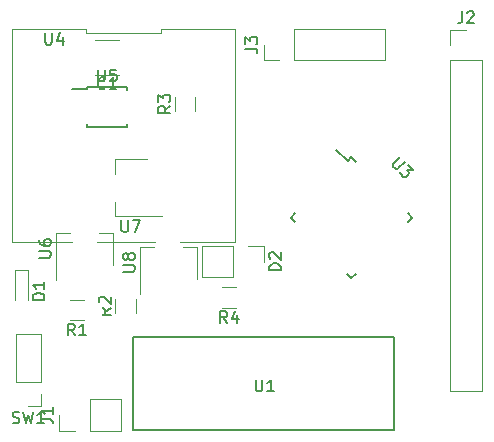
<source format=gto>
G04 #@! TF.GenerationSoftware,KiCad,Pcbnew,(5.1.10-1-10_14)*
G04 #@! TF.CreationDate,2022-02-17T23:12:15-06:00*
G04 #@! TF.ProjectId,OpenEstim++,4f70656e-4573-4746-996d-2b2b2e6b6963,rev?*
G04 #@! TF.SameCoordinates,Original*
G04 #@! TF.FileFunction,Legend,Top*
G04 #@! TF.FilePolarity,Positive*
%FSLAX46Y46*%
G04 Gerber Fmt 4.6, Leading zero omitted, Abs format (unit mm)*
G04 Created by KiCad (PCBNEW (5.1.10-1-10_14)) date 2022-02-17 23:12:15*
%MOMM*%
%LPD*%
G01*
G04 APERTURE LIST*
%ADD10C,0.120000*%
%ADD11C,0.150000*%
%ADD12R,1.500000X1.300000*%
%ADD13R,1.450000X0.450000*%
%ADD14C,1.800000*%
%ADD15R,1.350000X1.350000*%
%ADD16O,1.350000X1.350000*%
%ADD17R,1.300000X1.500000*%
%ADD18R,1.700000X1.700000*%
%ADD19O,1.700000X1.700000*%
%ADD20R,0.900000X1.200000*%
%ADD21R,2.000000X2.500000*%
%ADD22R,1.000000X2.500000*%
%ADD23R,2.000000X4.000000*%
%ADD24C,0.100000*%
%ADD25R,2.500000X1.000000*%
%ADD26R,4.000000X2.000000*%
%ADD27C,1.700000*%
G04 APERTURE END LIST*
D10*
X60300000Y-54530000D02*
X59100000Y-54530000D01*
X59100000Y-52770000D02*
X60300000Y-52770000D01*
D11*
X60575000Y-34775000D02*
X60575000Y-34950000D01*
X63925000Y-34775000D02*
X63925000Y-35025000D01*
X63925000Y-38125000D02*
X63925000Y-37875000D01*
X60575000Y-38125000D02*
X60575000Y-37875000D01*
X60575000Y-34775000D02*
X63925000Y-34775000D01*
X60575000Y-38125000D02*
X63925000Y-38125000D01*
X60575000Y-34950000D02*
X59325000Y-34950000D01*
D10*
X54250000Y-29830000D02*
X54250000Y-47870000D01*
X54250000Y-47870000D02*
X73050000Y-47870000D01*
X73050000Y-47870000D02*
X73050000Y-29830000D01*
X73050000Y-29830000D02*
X66783333Y-29830000D01*
X66783333Y-29830000D02*
X66783333Y-30190000D01*
X66783333Y-30190000D02*
X60516667Y-30190000D01*
X60516667Y-30190000D02*
X60516667Y-29830000D01*
X60516667Y-29830000D02*
X54250000Y-29830000D01*
X56660000Y-55690000D02*
X54540000Y-55690000D01*
X56660000Y-59750000D02*
X56660000Y-55690000D01*
X54540000Y-59750000D02*
X54540000Y-55690000D01*
X56660000Y-59750000D02*
X54540000Y-59750000D01*
X56660000Y-60750000D02*
X56660000Y-61810000D01*
X56660000Y-61810000D02*
X55600000Y-61810000D01*
X72000000Y-51720000D02*
X73200000Y-51720000D01*
X73200000Y-53480000D02*
X72000000Y-53480000D01*
X69730000Y-35600000D02*
X69730000Y-36800000D01*
X67970000Y-36800000D02*
X67970000Y-35600000D01*
X64680000Y-52700000D02*
X64680000Y-53900000D01*
X62920000Y-53900000D02*
X62920000Y-52700000D01*
X85800000Y-32530000D02*
X85800000Y-29870000D01*
X78120000Y-32530000D02*
X85800000Y-32530000D01*
X78120000Y-29870000D02*
X85800000Y-29870000D01*
X78120000Y-32530000D02*
X78120000Y-29870000D01*
X76850000Y-32530000D02*
X75520000Y-32530000D01*
X75520000Y-32530000D02*
X75520000Y-31200000D01*
X91320000Y-60520000D02*
X93980000Y-60520000D01*
X91320000Y-32520000D02*
X91320000Y-60520000D01*
X93980000Y-32520000D02*
X93980000Y-60520000D01*
X91320000Y-32520000D02*
X93980000Y-32520000D01*
X91320000Y-31250000D02*
X91320000Y-29920000D01*
X91320000Y-29920000D02*
X92650000Y-29920000D01*
X58230000Y-63880000D02*
X58230000Y-62550000D01*
X59560000Y-63880000D02*
X58230000Y-63880000D01*
X60830000Y-63880000D02*
X60830000Y-61220000D01*
X60830000Y-61220000D02*
X63430000Y-61220000D01*
X60830000Y-63880000D02*
X63430000Y-63880000D01*
X63430000Y-63880000D02*
X63430000Y-61220000D01*
X70330000Y-48220000D02*
X70330000Y-50880000D01*
X72930000Y-48220000D02*
X70330000Y-48220000D01*
X72930000Y-50880000D02*
X70330000Y-50880000D01*
X72930000Y-48220000D02*
X72930000Y-50880000D01*
X74200000Y-48220000D02*
X75530000Y-48220000D01*
X75530000Y-48220000D02*
X75530000Y-49550000D01*
X55600000Y-50250000D02*
X54500000Y-50250000D01*
X54500000Y-50250000D02*
X54500000Y-52850000D01*
X55600000Y-50250000D02*
X55600000Y-52850000D01*
X61250000Y-33730000D02*
X63250000Y-33730000D01*
X63250000Y-30770000D02*
X61250000Y-30770000D01*
X68650000Y-48320000D02*
X69850000Y-48320000D01*
X69850000Y-48320000D02*
X69850000Y-51020000D01*
X65050000Y-52320000D02*
X65050000Y-48320000D01*
X65050000Y-48320000D02*
X66250000Y-48320000D01*
X62900000Y-42100000D02*
X62900000Y-40900000D01*
X62900000Y-40900000D02*
X65600000Y-40900000D01*
X66900000Y-45700000D02*
X62900000Y-45700000D01*
X62900000Y-45700000D02*
X62900000Y-44500000D01*
X61550000Y-47120000D02*
X62750000Y-47120000D01*
X62750000Y-47120000D02*
X62750000Y-49820000D01*
X57950000Y-51120000D02*
X57950000Y-47120000D01*
X57950000Y-47120000D02*
X59150000Y-47120000D01*
D11*
X64424000Y-56226000D02*
X64424000Y-63846000D01*
X64424000Y-63846000D02*
X86522000Y-63846000D01*
X86522000Y-63846000D02*
X86522000Y-55972000D01*
X86522000Y-55972000D02*
X64424000Y-55972000D01*
X64424000Y-55972000D02*
X64424000Y-56226000D01*
X82950000Y-40723476D02*
X82631802Y-41041674D01*
X88076524Y-45850000D02*
X87705293Y-46221231D01*
X82950000Y-50976524D02*
X83321231Y-50605293D01*
X77823476Y-45850000D02*
X78194707Y-45478769D01*
X82950000Y-40723476D02*
X83321231Y-41094707D01*
X77823476Y-45850000D02*
X78194707Y-46221231D01*
X82950000Y-50976524D02*
X82578769Y-50605293D01*
X88076524Y-45850000D02*
X87705293Y-45478769D01*
X82631802Y-41041674D02*
X81659530Y-40069402D01*
X59533333Y-55802380D02*
X59200000Y-55326190D01*
X58961904Y-55802380D02*
X58961904Y-54802380D01*
X59342857Y-54802380D01*
X59438095Y-54850000D01*
X59485714Y-54897619D01*
X59533333Y-54992857D01*
X59533333Y-55135714D01*
X59485714Y-55230952D01*
X59438095Y-55278571D01*
X59342857Y-55326190D01*
X58961904Y-55326190D01*
X60485714Y-55802380D02*
X59914285Y-55802380D01*
X60200000Y-55802380D02*
X60200000Y-54802380D01*
X60104761Y-54945238D01*
X60009523Y-55040476D01*
X59914285Y-55088095D01*
X61488095Y-33302380D02*
X61488095Y-34111904D01*
X61535714Y-34207142D01*
X61583333Y-34254761D01*
X61678571Y-34302380D01*
X61869047Y-34302380D01*
X61964285Y-34254761D01*
X62011904Y-34207142D01*
X62059523Y-34111904D01*
X62059523Y-33302380D01*
X63011904Y-33302380D02*
X62535714Y-33302380D01*
X62488095Y-33778571D01*
X62535714Y-33730952D01*
X62630952Y-33683333D01*
X62869047Y-33683333D01*
X62964285Y-33730952D01*
X63011904Y-33778571D01*
X63059523Y-33873809D01*
X63059523Y-34111904D01*
X63011904Y-34207142D01*
X62964285Y-34254761D01*
X62869047Y-34302380D01*
X62630952Y-34302380D01*
X62535714Y-34254761D01*
X62488095Y-34207142D01*
X57013095Y-30177380D02*
X57013095Y-30986904D01*
X57060714Y-31082142D01*
X57108333Y-31129761D01*
X57203571Y-31177380D01*
X57394047Y-31177380D01*
X57489285Y-31129761D01*
X57536904Y-31082142D01*
X57584523Y-30986904D01*
X57584523Y-30177380D01*
X58489285Y-30510714D02*
X58489285Y-31177380D01*
X58251190Y-30129761D02*
X58013095Y-30844047D01*
X58632142Y-30844047D01*
X54266666Y-63214761D02*
X54409523Y-63262380D01*
X54647619Y-63262380D01*
X54742857Y-63214761D01*
X54790476Y-63167142D01*
X54838095Y-63071904D01*
X54838095Y-62976666D01*
X54790476Y-62881428D01*
X54742857Y-62833809D01*
X54647619Y-62786190D01*
X54457142Y-62738571D01*
X54361904Y-62690952D01*
X54314285Y-62643333D01*
X54266666Y-62548095D01*
X54266666Y-62452857D01*
X54314285Y-62357619D01*
X54361904Y-62310000D01*
X54457142Y-62262380D01*
X54695238Y-62262380D01*
X54838095Y-62310000D01*
X55171428Y-62262380D02*
X55409523Y-63262380D01*
X55600000Y-62548095D01*
X55790476Y-63262380D01*
X56028571Y-62262380D01*
X56933333Y-63262380D02*
X56361904Y-63262380D01*
X56647619Y-63262380D02*
X56647619Y-62262380D01*
X56552380Y-62405238D01*
X56457142Y-62500476D01*
X56361904Y-62548095D01*
X72433333Y-54752380D02*
X72100000Y-54276190D01*
X71861904Y-54752380D02*
X71861904Y-53752380D01*
X72242857Y-53752380D01*
X72338095Y-53800000D01*
X72385714Y-53847619D01*
X72433333Y-53942857D01*
X72433333Y-54085714D01*
X72385714Y-54180952D01*
X72338095Y-54228571D01*
X72242857Y-54276190D01*
X71861904Y-54276190D01*
X73290476Y-54085714D02*
X73290476Y-54752380D01*
X73052380Y-53704761D02*
X72814285Y-54419047D01*
X73433333Y-54419047D01*
X67602380Y-36366666D02*
X67126190Y-36700000D01*
X67602380Y-36938095D02*
X66602380Y-36938095D01*
X66602380Y-36557142D01*
X66650000Y-36461904D01*
X66697619Y-36414285D01*
X66792857Y-36366666D01*
X66935714Y-36366666D01*
X67030952Y-36414285D01*
X67078571Y-36461904D01*
X67126190Y-36557142D01*
X67126190Y-36938095D01*
X66602380Y-36033333D02*
X66602380Y-35414285D01*
X66983333Y-35747619D01*
X66983333Y-35604761D01*
X67030952Y-35509523D01*
X67078571Y-35461904D01*
X67173809Y-35414285D01*
X67411904Y-35414285D01*
X67507142Y-35461904D01*
X67554761Y-35509523D01*
X67602380Y-35604761D01*
X67602380Y-35890476D01*
X67554761Y-35985714D01*
X67507142Y-36033333D01*
X62552380Y-53466666D02*
X62076190Y-53800000D01*
X62552380Y-54038095D02*
X61552380Y-54038095D01*
X61552380Y-53657142D01*
X61600000Y-53561904D01*
X61647619Y-53514285D01*
X61742857Y-53466666D01*
X61885714Y-53466666D01*
X61980952Y-53514285D01*
X62028571Y-53561904D01*
X62076190Y-53657142D01*
X62076190Y-54038095D01*
X61647619Y-53085714D02*
X61600000Y-53038095D01*
X61552380Y-52942857D01*
X61552380Y-52704761D01*
X61600000Y-52609523D01*
X61647619Y-52561904D01*
X61742857Y-52514285D01*
X61838095Y-52514285D01*
X61980952Y-52561904D01*
X62552380Y-53133333D01*
X62552380Y-52514285D01*
X73972380Y-31533333D02*
X74686666Y-31533333D01*
X74829523Y-31580952D01*
X74924761Y-31676190D01*
X74972380Y-31819047D01*
X74972380Y-31914285D01*
X73972380Y-31152380D02*
X73972380Y-30533333D01*
X74353333Y-30866666D01*
X74353333Y-30723809D01*
X74400952Y-30628571D01*
X74448571Y-30580952D01*
X74543809Y-30533333D01*
X74781904Y-30533333D01*
X74877142Y-30580952D01*
X74924761Y-30628571D01*
X74972380Y-30723809D01*
X74972380Y-31009523D01*
X74924761Y-31104761D01*
X74877142Y-31152380D01*
X92316666Y-28372380D02*
X92316666Y-29086666D01*
X92269047Y-29229523D01*
X92173809Y-29324761D01*
X92030952Y-29372380D01*
X91935714Y-29372380D01*
X92745238Y-28467619D02*
X92792857Y-28420000D01*
X92888095Y-28372380D01*
X93126190Y-28372380D01*
X93221428Y-28420000D01*
X93269047Y-28467619D01*
X93316666Y-28562857D01*
X93316666Y-28658095D01*
X93269047Y-28800952D01*
X92697619Y-29372380D01*
X93316666Y-29372380D01*
X56682380Y-62883333D02*
X57396666Y-62883333D01*
X57539523Y-62930952D01*
X57634761Y-63026190D01*
X57682380Y-63169047D01*
X57682380Y-63264285D01*
X57682380Y-61883333D02*
X57682380Y-62454761D01*
X57682380Y-62169047D02*
X56682380Y-62169047D01*
X56825238Y-62264285D01*
X56920476Y-62359523D01*
X56968095Y-62454761D01*
X76982380Y-50288095D02*
X75982380Y-50288095D01*
X75982380Y-50050000D01*
X76030000Y-49907142D01*
X76125238Y-49811904D01*
X76220476Y-49764285D01*
X76410952Y-49716666D01*
X76553809Y-49716666D01*
X76744285Y-49764285D01*
X76839523Y-49811904D01*
X76934761Y-49907142D01*
X76982380Y-50050000D01*
X76982380Y-50288095D01*
X76077619Y-49335714D02*
X76030000Y-49288095D01*
X75982380Y-49192857D01*
X75982380Y-48954761D01*
X76030000Y-48859523D01*
X76077619Y-48811904D01*
X76172857Y-48764285D01*
X76268095Y-48764285D01*
X76410952Y-48811904D01*
X76982380Y-49383333D01*
X76982380Y-48764285D01*
X56952380Y-52788095D02*
X55952380Y-52788095D01*
X55952380Y-52550000D01*
X56000000Y-52407142D01*
X56095238Y-52311904D01*
X56190476Y-52264285D01*
X56380952Y-52216666D01*
X56523809Y-52216666D01*
X56714285Y-52264285D01*
X56809523Y-52311904D01*
X56904761Y-52407142D01*
X56952380Y-52550000D01*
X56952380Y-52788095D01*
X56952380Y-51264285D02*
X56952380Y-51835714D01*
X56952380Y-51550000D02*
X55952380Y-51550000D01*
X56095238Y-51645238D01*
X56190476Y-51740476D01*
X56238095Y-51835714D01*
X62083333Y-34857142D02*
X62035714Y-34904761D01*
X61892857Y-34952380D01*
X61797619Y-34952380D01*
X61654761Y-34904761D01*
X61559523Y-34809523D01*
X61511904Y-34714285D01*
X61464285Y-34523809D01*
X61464285Y-34380952D01*
X61511904Y-34190476D01*
X61559523Y-34095238D01*
X61654761Y-34000000D01*
X61797619Y-33952380D01*
X61892857Y-33952380D01*
X62035714Y-34000000D01*
X62083333Y-34047619D01*
X63035714Y-34952380D02*
X62464285Y-34952380D01*
X62750000Y-34952380D02*
X62750000Y-33952380D01*
X62654761Y-34095238D01*
X62559523Y-34190476D01*
X62464285Y-34238095D01*
X63602380Y-50411904D02*
X64411904Y-50411904D01*
X64507142Y-50364285D01*
X64554761Y-50316666D01*
X64602380Y-50221428D01*
X64602380Y-50030952D01*
X64554761Y-49935714D01*
X64507142Y-49888095D01*
X64411904Y-49840476D01*
X63602380Y-49840476D01*
X64030952Y-49221428D02*
X63983333Y-49316666D01*
X63935714Y-49364285D01*
X63840476Y-49411904D01*
X63792857Y-49411904D01*
X63697619Y-49364285D01*
X63650000Y-49316666D01*
X63602380Y-49221428D01*
X63602380Y-49030952D01*
X63650000Y-48935714D01*
X63697619Y-48888095D01*
X63792857Y-48840476D01*
X63840476Y-48840476D01*
X63935714Y-48888095D01*
X63983333Y-48935714D01*
X64030952Y-49030952D01*
X64030952Y-49221428D01*
X64078571Y-49316666D01*
X64126190Y-49364285D01*
X64221428Y-49411904D01*
X64411904Y-49411904D01*
X64507142Y-49364285D01*
X64554761Y-49316666D01*
X64602380Y-49221428D01*
X64602380Y-49030952D01*
X64554761Y-48935714D01*
X64507142Y-48888095D01*
X64411904Y-48840476D01*
X64221428Y-48840476D01*
X64126190Y-48888095D01*
X64078571Y-48935714D01*
X64030952Y-49030952D01*
X63468095Y-46052380D02*
X63468095Y-46861904D01*
X63515714Y-46957142D01*
X63563333Y-47004761D01*
X63658571Y-47052380D01*
X63849047Y-47052380D01*
X63944285Y-47004761D01*
X63991904Y-46957142D01*
X64039523Y-46861904D01*
X64039523Y-46052380D01*
X64420476Y-46052380D02*
X65087142Y-46052380D01*
X64658571Y-47052380D01*
X56502380Y-49211904D02*
X57311904Y-49211904D01*
X57407142Y-49164285D01*
X57454761Y-49116666D01*
X57502380Y-49021428D01*
X57502380Y-48830952D01*
X57454761Y-48735714D01*
X57407142Y-48688095D01*
X57311904Y-48640476D01*
X56502380Y-48640476D01*
X56502380Y-47735714D02*
X56502380Y-47926190D01*
X56550000Y-48021428D01*
X56597619Y-48069047D01*
X56740476Y-48164285D01*
X56930952Y-48211904D01*
X57311904Y-48211904D01*
X57407142Y-48164285D01*
X57454761Y-48116666D01*
X57502380Y-48021428D01*
X57502380Y-47830952D01*
X57454761Y-47735714D01*
X57407142Y-47688095D01*
X57311904Y-47640476D01*
X57073809Y-47640476D01*
X56978571Y-47688095D01*
X56930952Y-47735714D01*
X56883333Y-47830952D01*
X56883333Y-48021428D01*
X56930952Y-48116666D01*
X56978571Y-48164285D01*
X57073809Y-48211904D01*
X74838095Y-59552380D02*
X74838095Y-60361904D01*
X74885714Y-60457142D01*
X74933333Y-60504761D01*
X75028571Y-60552380D01*
X75219047Y-60552380D01*
X75314285Y-60504761D01*
X75361904Y-60457142D01*
X75409523Y-60361904D01*
X75409523Y-59552380D01*
X76409523Y-60552380D02*
X75838095Y-60552380D01*
X76123809Y-60552380D02*
X76123809Y-59552380D01*
X76028571Y-59695238D01*
X75933333Y-59790476D01*
X75838095Y-59838095D01*
X87041118Y-40681385D02*
X86468698Y-41253805D01*
X86435026Y-41354820D01*
X86435026Y-41422164D01*
X86468698Y-41523179D01*
X86603385Y-41657866D01*
X86704400Y-41691538D01*
X86771744Y-41691538D01*
X86872759Y-41657866D01*
X87445179Y-41085446D01*
X87714553Y-41354820D02*
X88152285Y-41792553D01*
X87647209Y-41826225D01*
X87748224Y-41927240D01*
X87781896Y-42028255D01*
X87781896Y-42095599D01*
X87748224Y-42196614D01*
X87579866Y-42364973D01*
X87478850Y-42398645D01*
X87411507Y-42398645D01*
X87310492Y-42364973D01*
X87108461Y-42162942D01*
X87074789Y-42061927D01*
X87074789Y-41994584D01*
%LPC*%
D12*
X61050000Y-53650000D03*
X58350000Y-53650000D03*
D13*
X60050000Y-35475000D03*
X60050000Y-36125000D03*
X60050000Y-36775000D03*
X60050000Y-37425000D03*
X64450000Y-37425000D03*
X64450000Y-36775000D03*
X64450000Y-36125000D03*
X64450000Y-35475000D03*
D14*
X55650000Y-46470000D03*
X71650000Y-46470000D03*
X55650000Y-43930000D03*
X71650000Y-43930000D03*
X55650000Y-41390000D03*
X71650000Y-41390000D03*
X55650000Y-38850000D03*
X71650000Y-38850000D03*
X55650000Y-36310000D03*
X71650000Y-36310000D03*
X55650000Y-33770000D03*
X71650000Y-33770000D03*
X55650000Y-31230000D03*
X71650000Y-31230000D03*
D15*
X55600000Y-60750000D03*
D16*
X55600000Y-58750000D03*
X55600000Y-56750000D03*
D12*
X73950000Y-52600000D03*
X71250000Y-52600000D03*
D17*
X68850000Y-37550000D03*
X68850000Y-34850000D03*
X63800000Y-54650000D03*
X63800000Y-51950000D03*
D18*
X76850000Y-31200000D03*
D19*
X79390000Y-31200000D03*
X81930000Y-31200000D03*
X84470000Y-31200000D03*
D18*
X92650000Y-31250000D03*
D19*
X92650000Y-33790000D03*
X92650000Y-36330000D03*
X92650000Y-38870000D03*
X92650000Y-41410000D03*
X92650000Y-43950000D03*
X92650000Y-46490000D03*
X92650000Y-49030000D03*
X92650000Y-51570000D03*
X92650000Y-54110000D03*
X92650000Y-56650000D03*
X92650000Y-59190000D03*
X62100000Y-62550000D03*
D18*
X59560000Y-62550000D03*
X74200000Y-49550000D03*
D19*
X71660000Y-49550000D03*
D20*
X55050000Y-50950000D03*
X55050000Y-53150000D03*
D21*
X64250000Y-32250000D03*
X60250000Y-32250000D03*
D22*
X65950000Y-52080000D03*
X67450000Y-52080000D03*
X68950000Y-52080000D03*
D23*
X67450000Y-48120000D03*
D24*
G36*
X68450000Y-50095000D02*
G01*
X67950000Y-50845000D01*
X66950000Y-50845000D01*
X66450000Y-50095000D01*
X68450000Y-50095000D01*
G37*
D25*
X66660000Y-44800000D03*
X66660000Y-43300000D03*
X66660000Y-41800000D03*
D26*
X62700000Y-43300000D03*
D24*
G36*
X64675000Y-42300000D02*
G01*
X65425000Y-42800000D01*
X65425000Y-43800000D01*
X64675000Y-44300000D01*
X64675000Y-42300000D01*
G37*
D22*
X58850000Y-50880000D03*
X60350000Y-50880000D03*
X61850000Y-50880000D03*
D23*
X60350000Y-46920000D03*
D24*
G36*
X61350000Y-48895000D02*
G01*
X60850000Y-49645000D01*
X59850000Y-49645000D01*
X59350000Y-48895000D01*
X61350000Y-48895000D01*
G37*
D27*
X84490000Y-57750000D03*
X81950000Y-57750000D03*
X79410000Y-57750000D03*
X76870000Y-57750000D03*
X69250000Y-57750000D03*
X66710000Y-57750000D03*
D24*
G36*
X81270621Y-40458311D02*
G01*
X81447398Y-40281534D01*
X82366637Y-41200773D01*
X82189860Y-41377550D01*
X81270621Y-40458311D01*
G37*
G36*
X80917068Y-40811864D02*
G01*
X81093845Y-40635087D01*
X82013084Y-41554326D01*
X81836307Y-41731103D01*
X80917068Y-40811864D01*
G37*
G36*
X80563514Y-41165418D02*
G01*
X80740291Y-40988641D01*
X81659530Y-41907880D01*
X81482753Y-42084657D01*
X80563514Y-41165418D01*
G37*
G36*
X80209961Y-41518971D02*
G01*
X80386738Y-41342194D01*
X81305977Y-42261433D01*
X81129200Y-42438210D01*
X80209961Y-41518971D01*
G37*
G36*
X79856408Y-41872524D02*
G01*
X80033185Y-41695747D01*
X80952424Y-42614986D01*
X80775647Y-42791763D01*
X79856408Y-41872524D01*
G37*
G36*
X79502854Y-42226078D02*
G01*
X79679631Y-42049301D01*
X80598870Y-42968540D01*
X80422093Y-43145317D01*
X79502854Y-42226078D01*
G37*
G36*
X79149301Y-42579631D02*
G01*
X79326078Y-42402854D01*
X80245317Y-43322093D01*
X80068540Y-43498870D01*
X79149301Y-42579631D01*
G37*
G36*
X78795747Y-42933185D02*
G01*
X78972524Y-42756408D01*
X79891763Y-43675647D01*
X79714986Y-43852424D01*
X78795747Y-42933185D01*
G37*
G36*
X78442194Y-43286738D02*
G01*
X78618971Y-43109961D01*
X79538210Y-44029200D01*
X79361433Y-44205977D01*
X78442194Y-43286738D01*
G37*
G36*
X78088641Y-43640291D02*
G01*
X78265418Y-43463514D01*
X79184657Y-44382753D01*
X79007880Y-44559530D01*
X78088641Y-43640291D01*
G37*
G36*
X77735087Y-43993845D02*
G01*
X77911864Y-43817068D01*
X78831103Y-44736307D01*
X78654326Y-44913084D01*
X77735087Y-43993845D01*
G37*
G36*
X77381534Y-44347398D02*
G01*
X77558311Y-44170621D01*
X78477550Y-45089860D01*
X78300773Y-45266637D01*
X77381534Y-44347398D01*
G37*
G36*
X77558311Y-47529379D02*
G01*
X77381534Y-47352602D01*
X78300773Y-46433363D01*
X78477550Y-46610140D01*
X77558311Y-47529379D01*
G37*
G36*
X77911864Y-47882932D02*
G01*
X77735087Y-47706155D01*
X78654326Y-46786916D01*
X78831103Y-46963693D01*
X77911864Y-47882932D01*
G37*
G36*
X78265418Y-48236486D02*
G01*
X78088641Y-48059709D01*
X79007880Y-47140470D01*
X79184657Y-47317247D01*
X78265418Y-48236486D01*
G37*
G36*
X78618971Y-48590039D02*
G01*
X78442194Y-48413262D01*
X79361433Y-47494023D01*
X79538210Y-47670800D01*
X78618971Y-48590039D01*
G37*
G36*
X78972524Y-48943592D02*
G01*
X78795747Y-48766815D01*
X79714986Y-47847576D01*
X79891763Y-48024353D01*
X78972524Y-48943592D01*
G37*
G36*
X79326078Y-49297146D02*
G01*
X79149301Y-49120369D01*
X80068540Y-48201130D01*
X80245317Y-48377907D01*
X79326078Y-49297146D01*
G37*
G36*
X79679631Y-49650699D02*
G01*
X79502854Y-49473922D01*
X80422093Y-48554683D01*
X80598870Y-48731460D01*
X79679631Y-49650699D01*
G37*
G36*
X80033185Y-50004253D02*
G01*
X79856408Y-49827476D01*
X80775647Y-48908237D01*
X80952424Y-49085014D01*
X80033185Y-50004253D01*
G37*
G36*
X80386738Y-50357806D02*
G01*
X80209961Y-50181029D01*
X81129200Y-49261790D01*
X81305977Y-49438567D01*
X80386738Y-50357806D01*
G37*
G36*
X80740291Y-50711359D02*
G01*
X80563514Y-50534582D01*
X81482753Y-49615343D01*
X81659530Y-49792120D01*
X80740291Y-50711359D01*
G37*
G36*
X81093845Y-51064913D02*
G01*
X80917068Y-50888136D01*
X81836307Y-49968897D01*
X82013084Y-50145674D01*
X81093845Y-51064913D01*
G37*
G36*
X81447398Y-51418466D02*
G01*
X81270621Y-51241689D01*
X82189860Y-50322450D01*
X82366637Y-50499227D01*
X81447398Y-51418466D01*
G37*
G36*
X83533363Y-50499227D02*
G01*
X83710140Y-50322450D01*
X84629379Y-51241689D01*
X84452602Y-51418466D01*
X83533363Y-50499227D01*
G37*
G36*
X83886916Y-50145674D02*
G01*
X84063693Y-49968897D01*
X84982932Y-50888136D01*
X84806155Y-51064913D01*
X83886916Y-50145674D01*
G37*
G36*
X84240470Y-49792120D02*
G01*
X84417247Y-49615343D01*
X85336486Y-50534582D01*
X85159709Y-50711359D01*
X84240470Y-49792120D01*
G37*
G36*
X84594023Y-49438567D02*
G01*
X84770800Y-49261790D01*
X85690039Y-50181029D01*
X85513262Y-50357806D01*
X84594023Y-49438567D01*
G37*
G36*
X84947576Y-49085014D02*
G01*
X85124353Y-48908237D01*
X86043592Y-49827476D01*
X85866815Y-50004253D01*
X84947576Y-49085014D01*
G37*
G36*
X85301130Y-48731460D02*
G01*
X85477907Y-48554683D01*
X86397146Y-49473922D01*
X86220369Y-49650699D01*
X85301130Y-48731460D01*
G37*
G36*
X85654683Y-48377907D02*
G01*
X85831460Y-48201130D01*
X86750699Y-49120369D01*
X86573922Y-49297146D01*
X85654683Y-48377907D01*
G37*
G36*
X86008237Y-48024353D02*
G01*
X86185014Y-47847576D01*
X87104253Y-48766815D01*
X86927476Y-48943592D01*
X86008237Y-48024353D01*
G37*
G36*
X86361790Y-47670800D02*
G01*
X86538567Y-47494023D01*
X87457806Y-48413262D01*
X87281029Y-48590039D01*
X86361790Y-47670800D01*
G37*
G36*
X86715343Y-47317247D02*
G01*
X86892120Y-47140470D01*
X87811359Y-48059709D01*
X87634582Y-48236486D01*
X86715343Y-47317247D01*
G37*
G36*
X87068897Y-46963693D02*
G01*
X87245674Y-46786916D01*
X88164913Y-47706155D01*
X87988136Y-47882932D01*
X87068897Y-46963693D01*
G37*
G36*
X87422450Y-46610140D02*
G01*
X87599227Y-46433363D01*
X88518466Y-47352602D01*
X88341689Y-47529379D01*
X87422450Y-46610140D01*
G37*
G36*
X87599227Y-45266637D02*
G01*
X87422450Y-45089860D01*
X88341689Y-44170621D01*
X88518466Y-44347398D01*
X87599227Y-45266637D01*
G37*
G36*
X87245674Y-44913084D02*
G01*
X87068897Y-44736307D01*
X87988136Y-43817068D01*
X88164913Y-43993845D01*
X87245674Y-44913084D01*
G37*
G36*
X86892120Y-44559530D02*
G01*
X86715343Y-44382753D01*
X87634582Y-43463514D01*
X87811359Y-43640291D01*
X86892120Y-44559530D01*
G37*
G36*
X86538567Y-44205977D02*
G01*
X86361790Y-44029200D01*
X87281029Y-43109961D01*
X87457806Y-43286738D01*
X86538567Y-44205977D01*
G37*
G36*
X86185014Y-43852424D02*
G01*
X86008237Y-43675647D01*
X86927476Y-42756408D01*
X87104253Y-42933185D01*
X86185014Y-43852424D01*
G37*
G36*
X85831460Y-43498870D02*
G01*
X85654683Y-43322093D01*
X86573922Y-42402854D01*
X86750699Y-42579631D01*
X85831460Y-43498870D01*
G37*
G36*
X85477907Y-43145317D02*
G01*
X85301130Y-42968540D01*
X86220369Y-42049301D01*
X86397146Y-42226078D01*
X85477907Y-43145317D01*
G37*
G36*
X85124353Y-42791763D02*
G01*
X84947576Y-42614986D01*
X85866815Y-41695747D01*
X86043592Y-41872524D01*
X85124353Y-42791763D01*
G37*
G36*
X84770800Y-42438210D02*
G01*
X84594023Y-42261433D01*
X85513262Y-41342194D01*
X85690039Y-41518971D01*
X84770800Y-42438210D01*
G37*
G36*
X84417247Y-42084657D02*
G01*
X84240470Y-41907880D01*
X85159709Y-40988641D01*
X85336486Y-41165418D01*
X84417247Y-42084657D01*
G37*
G36*
X84063693Y-41731103D02*
G01*
X83886916Y-41554326D01*
X84806155Y-40635087D01*
X84982932Y-40811864D01*
X84063693Y-41731103D01*
G37*
G36*
X83710140Y-41377550D02*
G01*
X83533363Y-41200773D01*
X84452602Y-40281534D01*
X84629379Y-40458311D01*
X83710140Y-41377550D01*
G37*
M02*

</source>
